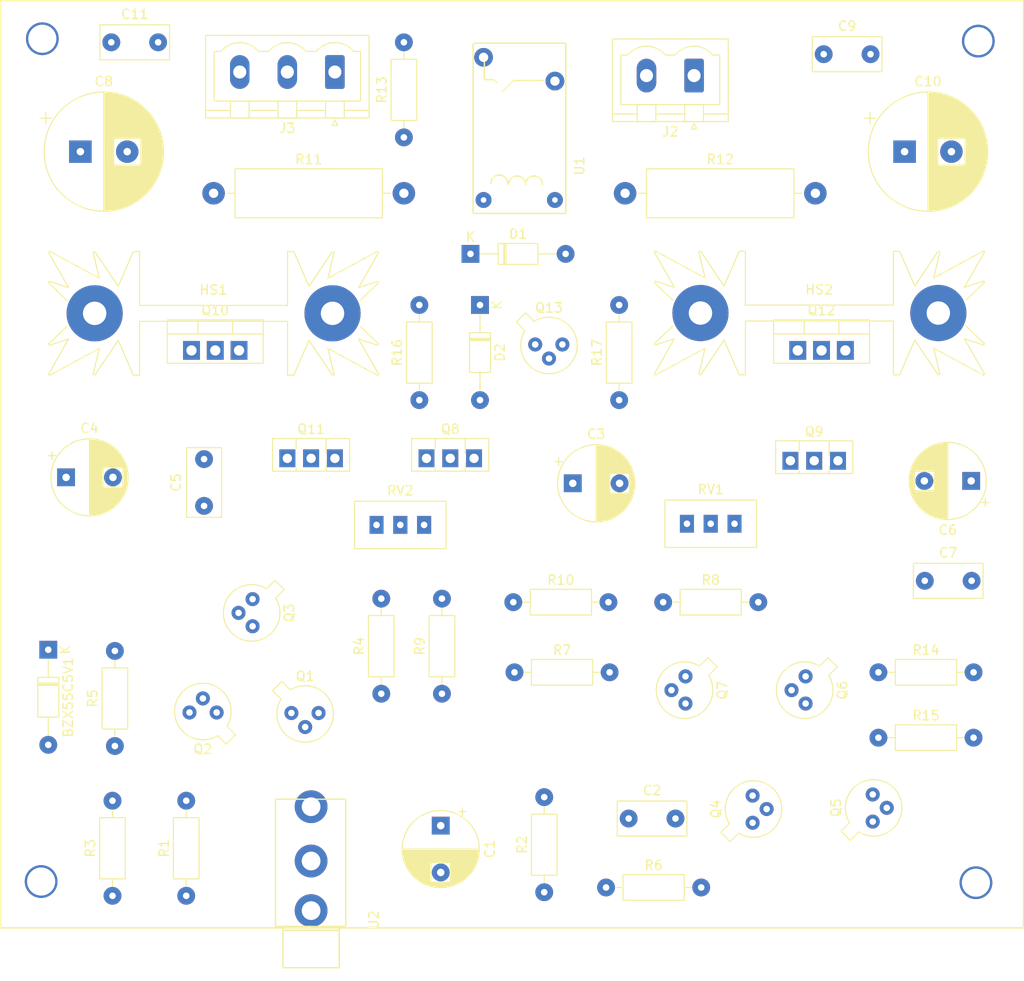
<source format=kicad_pcb>
(kicad_pcb (version 20171130) (host pcbnew "(5.1.5)-3")
  (layers (0 F.Cu signal) (31 B.Cu signal) (34 B.Paste user) (35 F.Paste user) (36 B.SilkS user) (37 F.SilkS user) (38 B.Mask user) (39 F.Mask user) (44 Edge.Cuts user))
  (net 0 "")
  (net 1 +12V)
  (net 2 "Net-(BZX55C5V1-Pad2)")
  (net 3 "Net-(C1-Pad2)")
  (net 4 "Net-(C1-Pad1)")
  (net 5 "Net-(C2-Pad2)")
  (net 6 "Net-(C2-Pad1)")
  (net 7 "Net-(C3-Pad1)")
  (net 8 -12V)
  (net 9 GND)
  (net 10 "Net-(D1-Pad2)")
  (net 11 "Net-(D2-Pad1)")
  (net 12 "Net-(J2-Pad1)")
  (net 13 "Net-(Q1-Pad1)")
  (net 14 "Net-(Q2-Pad2)")
  (net 15 "Net-(Q2-Pad3)")
  (net 16 "Net-(Q3-Pad1)")
  (net 17 "Net-(Q4-Pad1)")
  (net 18 "Net-(Q5-Pad1)")
  (net 19 "Net-(Q6-Pad1)")
  (net 20 "Net-(Q6-Pad2)")
  (net 21 "Net-(Q6-Pad3)")
  (net 22 "Net-(Q7-Pad1)")
  (net 23 "Net-(Q8-Pad3)")
  (net 24 "Net-(Q10-Pad1)")
  (net 25 "Net-(Q10-Pad2)")
  (net 26 "Net-(Q11-Pad1)")
  (net 27 "Net-(Q11-Pad2)")
  (net 28 "Net-(R8-Pad2)")
  (net 29 "Net-(R10-Pad2)")
  (net 30 "Net-(R11-Pad2)")
  (net 31 "Net-(U2-PadT)")
  (module CmpAmpliAudioTR:CP_Radial_D12.5mm_P5.00mm (layer F.Cu) (at 193.167 59.436)
    (fp_text reference C10 (at 2.5 -7.5) (layer F.SilkS))
    (fp_text value 470u)
    (pad 2 thru_hole circle (at 5 0) (size 2.4 2.4) (drill 0.8) (layers *.Cu *.Mask) (net 8 -12V))
    (pad 1 thru_hole rect (at 0 0) (size 2.4 2.4) (drill 0.8) (layers *.Cu *.Mask) (net 9 GND))
  )
  (module CmpAmpliAudioTR:CP_Radial_D12.5mm_P5.00mm (layer F.Cu) (at 105.156 59.436)
    (fp_text reference C8 (at 2.5 -7.5) (layer F.SilkS))
    (fp_text value 470u)
    (pad 2 thru_hole circle (at 5 0) (size 2.4 2.4) (drill 0.8) (layers *.Cu *.Mask) (net 9 GND))
    (pad 1 thru_hole rect (at 0 0) (size 2.4 2.4) (drill 0.8) (layers *.Cu *.Mask) (net 1 +12V))
  )
  (module CmpAmpliAudio:D_DO-35_SOD27_P10.16mm_Horizontal (layer F.Cu) (at 101.727 112.649 270)
    (fp_text reference BZX55C5V1 (at 5.08 -2.12 90) (layer F.SilkS))
    (fp_text value D_Zener_ALT)
    (fp_text user K (at 0 -1.8 90) (layer F.SilkS))
    (pad 1 thru_hole rect (at 0 0 270) (size 1.9 1.9) (drill 0.7) (layers *.Cu *.Mask) (net 1 +12V))
    (pad 2 thru_hole oval (at 10.16 0 270) (size 1.9 1.9) (drill 0.7) (layers *.Cu *.Mask) (net 2 "Net-(BZX55C5V1-Pad2)"))
  )
  (module CmpAmpliAudio:CP_Radial_D8.0mm_P5.00mm (layer F.Cu) (at 143.637 131.445 270)
    (fp_text reference C1 (at 2.5 -5.25 90) (layer F.SilkS))
    (fp_text value 47u)
    (pad 2 thru_hole circle (at 5 0 270) (size 1.9 1.9) (drill 0.8) (layers *.Cu *.Mask) (net 3 "Net-(C1-Pad2)"))
    (pad 1 thru_hole rect (at 0 0 270) (size 1.9 1.9) (drill 0.8) (layers *.Cu *.Mask) (net 4 "Net-(C1-Pad1)"))
  )
  (module CmpAmpliAudio:C_Rect_L7.2mm_W3.5mm_P5.00mm_FKS2_FKP2_MKS2_MKP2 (layer F.Cu) (at 163.703 130.683)
    (fp_text reference C2 (at 2.5 -3) (layer F.SilkS))
    (fp_text value C)
    (pad 2 thru_hole circle (at 5 0) (size 1.9 1.9) (drill 0.7) (layers *.Cu *.Mask) (net 5 "Net-(C2-Pad2)"))
    (pad 1 thru_hole circle (at 0 0) (size 1.9 1.9) (drill 0.7) (layers *.Cu *.Mask) (net 6 "Net-(C2-Pad1)"))
  )
  (module CmpAmpliAudio:CP_Radial_D8.0mm_P5.00mm (layer F.Cu) (at 157.734 94.869)
    (fp_text reference C3 (at 2.5 -5.25) (layer F.SilkS))
    (fp_text value 47u)
    (pad 1 thru_hole rect (at 0 0) (size 1.9 1.9) (drill 0.8) (layers *.Cu *.Mask) (net 7 "Net-(C3-Pad1)"))
    (pad 2 thru_hole circle (at 5 0) (size 1.9 1.9) (drill 0.8) (layers *.Cu *.Mask) (net 8 -12V))
  )
  (module CmpAmpliAudio:CP_Radial_D8.0mm_P5.00mm (layer F.Cu) (at 103.632 94.234)
    (fp_text reference C4 (at 2.5 -5.25) (layer F.SilkS))
    (fp_text value 10u)
    (pad 2 thru_hole circle (at 5 0) (size 1.9 1.9) (drill 0.8) (layers *.Cu *.Mask) (net 9 GND))
    (pad 1 thru_hole rect (at 0 0) (size 1.9 1.9) (drill 0.8) (layers *.Cu *.Mask) (net 1 +12V))
  )
  (module CmpAmpliAudio:C_Rect_L7.2mm_W3.5mm_P5.00mm_FKS2_FKP2_MKS2_MKP2 (layer F.Cu) (at 118.364 97.282 90)
    (fp_text reference C5 (at 2.5 -3 90) (layer F.SilkS))
    (fp_text value 100n)
    (pad 2 thru_hole circle (at 5 0 90) (size 1.9 1.9) (drill 0.7) (layers *.Cu *.Mask) (net 9 GND))
    (pad 1 thru_hole circle (at 0 0 90) (size 1.9 1.9) (drill 0.7) (layers *.Cu *.Mask) (net 1 +12V))
  )
  (module CmpAmpliAudio:CP_Radial_D8.0mm_P5.00mm (layer F.Cu) (at 200.279 94.615 180)
    (fp_text reference C6 (at 2.5 -5.25) (layer F.SilkS))
    (fp_text value 10u)
    (pad 1 thru_hole rect (at 0 0 180) (size 1.9 1.9) (drill 0.8) (layers *.Cu *.Mask) (net 9 GND))
    (pad 2 thru_hole circle (at 5 0 180) (size 1.9 1.9) (drill 0.8) (layers *.Cu *.Mask) (net 8 -12V))
  )
  (module CmpAmpliAudio:C_Rect_L7.2mm_W3.5mm_P5.00mm_FKS2_FKP2_MKS2_MKP2 (layer F.Cu) (at 195.326 105.283)
    (fp_text reference C7 (at 2.5 -3) (layer F.SilkS))
    (fp_text value 100n)
    (pad 1 thru_hole circle (at 0 0) (size 1.9 1.9) (drill 0.7) (layers *.Cu *.Mask) (net 9 GND))
    (pad 2 thru_hole circle (at 5 0) (size 1.9 1.9) (drill 0.7) (layers *.Cu *.Mask) (net 8 -12V))
  )
  (module CmpAmpliAudio:C_Rect_L7.2mm_W3.5mm_P5.00mm_FKS2_FKP2_MKS2_MKP2 (layer F.Cu) (at 184.531 49.022)
    (fp_text reference C9 (at 2.5 -3) (layer F.SilkS))
    (fp_text value 100n)
    (pad 1 thru_hole circle (at 0 0) (size 1.9 1.9) (drill 0.7) (layers *.Cu *.Mask) (net 1 +12V))
    (pad 2 thru_hole circle (at 5 0) (size 1.9 1.9) (drill 0.7) (layers *.Cu *.Mask) (net 9 GND))
  )
  (module CmpAmpliAudio:C_Rect_L7.2mm_W3.5mm_P5.00mm_FKS2_FKP2_MKS2_MKP2 (layer F.Cu) (at 108.458 47.752)
    (fp_text reference C11 (at 2.5 -3) (layer F.SilkS))
    (fp_text value 100n)
    (pad 1 thru_hole circle (at 0 0) (size 1.9 1.9) (drill 0.7) (layers *.Cu *.Mask) (net 9 GND))
    (pad 2 thru_hole circle (at 5 0) (size 1.9 1.9) (drill 0.7) (layers *.Cu *.Mask) (net 8 -12V))
  )
  (module CmpAmpliAudio:D_DO-35_SOD27_P10.16mm_Horizontal (layer F.Cu) (at 146.812 70.358)
    (fp_text reference D1 (at 5.08 -2.12) (layer F.SilkS))
    (fp_text value 1N4148)
    (fp_text user K (at 0 -1.8) (layer F.SilkS))
    (pad 1 thru_hole rect (at 0 0) (size 1.9 1.9) (drill 0.7) (layers *.Cu *.Mask) (net 1 +12V))
    (pad 2 thru_hole oval (at 10.16 0) (size 1.9 1.9) (drill 0.7) (layers *.Cu *.Mask) (net 10 "Net-(D1-Pad2)"))
  )
  (module CmpAmpliAudio:D_DO-35_SOD27_P10.16mm_Horizontal (layer F.Cu) (at 147.828 75.819 270)
    (fp_text reference D2 (at 5.08 -2.12 90) (layer F.SilkS))
    (fp_text value 1N4148)
    (fp_text user K (at 0 -1.8 90) (layer F.SilkS))
    (pad 2 thru_hole oval (at 10.16 0 270) (size 1.9 1.9) (drill 0.7) (layers *.Cu *.Mask) (net 7 "Net-(C3-Pad1)"))
    (pad 1 thru_hole rect (at 0 0 270) (size 1.9 1.9) (drill 0.7) (layers *.Cu *.Mask) (net 11 "Net-(D2-Pad1)"))
  )
  (module CmpAmpliAudio:Heatsink_Fischer_SK104-STC-STIC_35x13mm_2xDrill2.5mm (layer F.Cu) (at 119.38 76.708)
    (fp_text reference HS1 (at -0.025 -2.5) (layer F.SilkS))
    (fp_text value Heatsink)
    (pad 1 thru_hole circle (at -12.7 0 180) (size 6 6) (drill 2.5) (layers *.Cu *.Mask))
    (pad 1 thru_hole circle (at 12.7 0) (size 6 6) (drill 2.5) (layers *.Cu *.Mask))
  )
  (module CmpAmpliAudio:Heatsink_Fischer_SK104-STC-STIC_35x13mm_2xDrill2.5mm (layer F.Cu) (at 184.07126 76.67752)
    (fp_text reference HS2 (at -0.025 -2.5) (layer F.SilkS))
    (fp_text value Heatsink)
    (pad 1 thru_hole circle (at 12.7 0) (size 6 6) (drill 2.5) (layers *.Cu *.Mask))
    (pad 1 thru_hole circle (at -12.7 0 180) (size 6 6) (drill 2.5) (layers *.Cu *.Mask))
  )
  (module CmpAmpliAudio:PhoenixContact_MSTBVA_2,5_2-G-5,08_1x02_P5.08mm_Vertical (layer F.Cu) (at 170.688 51.308 180)
    (fp_text reference J2 (at 2.54 -6) (layer F.SilkS))
    (fp_text value Conn_01x02)
    (pad 1 thru_hole roundrect (at 0 0 180) (size 2.08 3.6) (drill 1.4) (layers *.Cu *.Mask) (roundrect_rratio 0.120192) (net 12 "Net-(J2-Pad1)"))
    (pad 2 thru_hole oval (at 5.08 0 180) (size 2.08 3.6) (drill 1.4) (layers *.Cu *.Mask) (net 9 GND))
  )
  (module CmpAmpliAudio:PhoenixContact_MSTBVA_2,5_3-G-5,08_1x03_P5.08mm_Vertical (layer F.Cu) (at 132.334 50.927 180)
    (fp_text reference J3 (at 5.08 -6) (layer F.SilkS))
    (fp_text value Conn_01x03)
    (pad 1 thru_hole roundrect (at 0 0 180) (size 2.08 3.6) (drill 1.4) (layers *.Cu *.Mask) (roundrect_rratio 0.120192) (net 1 +12V))
    (pad 2 thru_hole oval (at 5.08 0 180) (size 2.08 3.6) (drill 1.4) (layers *.Cu *.Mask) (net 9 GND))
    (pad 3 thru_hole oval (at 10.16 0 180) (size 2.08 3.6) (drill 1.4) (layers *.Cu *.Mask) (net 8 -12V))
  )
  (module CmpAmpliAudio:TO-18-3 (layer F.Cu) (at 127.889 119.507)
    (fp_text reference Q1 (at 1.27 -4.02) (layer F.SilkS))
    (fp_text value 2N2907)
    (pad 1 thru_hole circle (at -0.2 -0.1) (size 1.5 1.5) (drill 0.7) (layers *.Cu *.Mask) (net 13 "Net-(Q1-Pad1)"))
    (pad 2 thru_hole circle (at 1.27 1.4) (size 1.5 1.5) (drill 0.7) (layers *.Cu *.Mask) (net 4 "Net-(C1-Pad1)"))
    (pad 3 thru_hole circle (at 2.7 -0.1) (size 1.5 1.5) (drill 0.7) (layers *.Cu *.Mask) (net 5 "Net-(C2-Pad2)"))
  )
  (module CmpAmpliAudio:TO-18-3 (layer F.Cu) (at 119.507 119.253 180)
    (fp_text reference Q2 (at 1.27 -4.02) (layer F.SilkS))
    (fp_text value 2N2907)
    (pad 1 thru_hole circle (at -0.2 -0.1 180) (size 1.5 1.5) (drill 0.7) (layers *.Cu *.Mask) (net 13 "Net-(Q1-Pad1)"))
    (pad 2 thru_hole circle (at 1.27 1.4 180) (size 1.5 1.5) (drill 0.7) (layers *.Cu *.Mask) (net 14 "Net-(Q2-Pad2)"))
    (pad 3 thru_hole circle (at 2.7 -0.1 180) (size 1.5 1.5) (drill 0.7) (layers *.Cu *.Mask) (net 15 "Net-(Q2-Pad3)"))
  )
  (module CmpAmpliAudio:TO-18-3 (layer F.Cu) (at 123.444 107.442 270)
    (fp_text reference Q3 (at 1.27 -4.02 90) (layer F.SilkS))
    (fp_text value 2N2907)
    (pad 3 thru_hole circle (at 2.7 -0.1 270) (size 1.5 1.5) (drill 0.7) (layers *.Cu *.Mask) (net 13 "Net-(Q1-Pad1)"))
    (pad 2 thru_hole circle (at 1.27 1.4 270) (size 1.5 1.5) (drill 0.7) (layers *.Cu *.Mask) (net 2 "Net-(BZX55C5V1-Pad2)"))
    (pad 1 thru_hole circle (at -0.2 -0.1 270) (size 1.5 1.5) (drill 0.7) (layers *.Cu *.Mask) (net 16 "Net-(Q3-Pad1)"))
  )
  (module CmpAmpliAudio:TO-18-3 (layer F.Cu) (at 177.038 130.937 90)
    (fp_text reference Q4 (at 1.27 -4.02 90) (layer F.SilkS))
    (fp_text value 2N2222)
    (pad 3 thru_hole circle (at 2.7 -0.1 90) (size 1.5 1.5) (drill 0.7) (layers *.Cu *.Mask) (net 6 "Net-(C2-Pad1)"))
    (pad 2 thru_hole circle (at 1.27 1.4 90) (size 1.5 1.5) (drill 0.7) (layers *.Cu *.Mask) (net 5 "Net-(C2-Pad2)"))
    (pad 1 thru_hole circle (at -0.2 -0.1 90) (size 1.5 1.5) (drill 0.7) (layers *.Cu *.Mask) (net 17 "Net-(Q4-Pad1)"))
  )
  (module CmpAmpliAudio:TO-18-3 (layer F.Cu) (at 189.865 130.81 90)
    (fp_text reference Q5 (at 1.27 -4.02 90) (layer F.SilkS))
    (fp_text value 2N2222)
    (pad 1 thru_hole circle (at -0.2 -0.1 90) (size 1.5 1.5) (drill 0.7) (layers *.Cu *.Mask) (net 18 "Net-(Q5-Pad1)"))
    (pad 2 thru_hole circle (at 1.27 1.4 90) (size 1.5 1.5) (drill 0.7) (layers *.Cu *.Mask) (net 17 "Net-(Q4-Pad1)"))
    (pad 3 thru_hole circle (at 2.7 -0.1 90) (size 1.5 1.5) (drill 0.7) (layers *.Cu *.Mask) (net 6 "Net-(C2-Pad1)"))
  )
  (module CmpAmpliAudio:TO-18-3 (layer F.Cu) (at 182.499 115.697 270)
    (fp_text reference Q6 (at 1.27 -4.02 90) (layer F.SilkS))
    (fp_text value 2N2907)
    (pad 1 thru_hole circle (at -0.2 -0.1 270) (size 1.5 1.5) (drill 0.7) (layers *.Cu *.Mask) (net 19 "Net-(Q6-Pad1)"))
    (pad 2 thru_hole circle (at 1.27 1.4 270) (size 1.5 1.5) (drill 0.7) (layers *.Cu *.Mask) (net 20 "Net-(Q6-Pad2)"))
    (pad 3 thru_hole circle (at 2.7 -0.1 270) (size 1.5 1.5) (drill 0.7) (layers *.Cu *.Mask) (net 21 "Net-(Q6-Pad3)"))
  )
  (module CmpAmpliAudio:TO-18-3 (layer F.Cu) (at 169.672 115.697 270)
    (fp_text reference Q7 (at 1.27 -4.02 90) (layer F.SilkS))
    (fp_text value 2N2907)
    (pad 3 thru_hole circle (at 2.7 -0.1 270) (size 1.5 1.5) (drill 0.7) (layers *.Cu *.Mask) (net 20 "Net-(Q6-Pad2)"))
    (pad 2 thru_hole circle (at 1.27 1.4 270) (size 1.5 1.5) (drill 0.7) (layers *.Cu *.Mask) (net 20 "Net-(Q6-Pad2)"))
    (pad 1 thru_hole circle (at -0.2 -0.1 270) (size 1.5 1.5) (drill 0.7) (layers *.Cu *.Mask) (net 22 "Net-(Q7-Pad1)"))
  )
  (module CmpAmpliAudio:TO-126-3_Vertical (layer F.Cu) (at 142.113 92.202)
    (fp_text reference Q8 (at 2.54 -3.12) (layer F.SilkS))
    (fp_text value BD139)
    (pad 1 thru_hole rect (at 0 0) (size 1.7 1.9) (drill 1) (layers *.Cu *.Mask) (net 6 "Net-(C2-Pad1)"))
    (pad 2 thru_hole rect (at 2.54 0) (size 1.7 1.9) (drill 1) (layers *.Cu *.Mask) (net 21 "Net-(Q6-Pad3)"))
    (pad 3 thru_hole rect (at 5.08 0) (size 1.7 1.9) (drill 1) (layers *.Cu *.Mask) (net 23 "Net-(Q8-Pad3)"))
  )
  (module CmpAmpliAudio:TO-126-3_Vertical (layer F.Cu) (at 180.975 92.456)
    (fp_text reference Q9 (at 2.54 -3.12) (layer F.SilkS))
    (fp_text value BD139)
    (pad 3 thru_hole rect (at 5.08 0) (size 1.7 1.9) (drill 1) (layers *.Cu *.Mask) (net 21 "Net-(Q6-Pad3)"))
    (pad 2 thru_hole rect (at 2.54 0) (size 1.7 1.9) (drill 1) (layers *.Cu *.Mask) (net 24 "Net-(Q10-Pad1)"))
    (pad 1 thru_hole rect (at 0 0) (size 1.7 1.9) (drill 1) (layers *.Cu *.Mask) (net 25 "Net-(Q10-Pad2)"))
  )
  (module CmpAmpliAudio:TO-220-3_Vertical (layer F.Cu) (at 117.0178 80.67294)
    (fp_text reference Q10 (at 2.54 -4.27) (layer F.SilkS))
    (fp_text value TIP32)
    (pad 1 thru_hole rect (at 0 0) (size 1.8 2) (drill 1.1) (layers *.Cu *.Mask) (net 24 "Net-(Q10-Pad1)"))
    (pad 2 thru_hole rect (at 2.54 0) (size 1.8 2) (drill 1.1) (layers *.Cu *.Mask) (net 25 "Net-(Q10-Pad2)"))
    (pad 3 thru_hole rect (at 5.08 0) (size 1.8 2) (drill 1.1) (layers *.Cu *.Mask) (net 1 +12V))
  )
  (module CmpAmpliAudio:TO-126-3_Vertical (layer F.Cu) (at 127.254 92.202)
    (fp_text reference Q11 (at 2.54 -3.12) (layer F.SilkS))
    (fp_text value BD138)
    (pad 1 thru_hole rect (at 0 0) (size 1.7 1.9) (drill 1) (layers *.Cu *.Mask) (net 26 "Net-(Q11-Pad1)"))
    (pad 2 thru_hole rect (at 2.54 0) (size 1.7 1.9) (drill 1) (layers *.Cu *.Mask) (net 27 "Net-(Q11-Pad2)"))
    (pad 3 thru_hole rect (at 5.08 0) (size 1.7 1.9) (drill 1) (layers *.Cu *.Mask) (net 6 "Net-(C2-Pad1)"))
  )
  (module CmpAmpliAudio:TO-220-3_Vertical (layer F.Cu) (at 181.75986 80.67294)
    (fp_text reference Q12 (at 2.54 -4.27) (layer F.SilkS))
    (fp_text value TIP31)
    (pad 3 thru_hole rect (at 5.08 0) (size 1.8 2) (drill 1.1) (layers *.Cu *.Mask) (net 8 -12V))
    (pad 2 thru_hole rect (at 2.54 0) (size 1.8 2) (drill 1.1) (layers *.Cu *.Mask) (net 26 "Net-(Q11-Pad1)"))
    (pad 1 thru_hole rect (at 0 0) (size 1.8 2) (drill 1.1) (layers *.Cu *.Mask) (net 27 "Net-(Q11-Pad2)"))
  )
  (module CmpAmpliAudio:TO-18-3 (layer F.Cu) (at 153.924 80.137)
    (fp_text reference Q13 (at 1.27 -4.02) (layer F.SilkS))
    (fp_text value 2N2222)
    (pad 3 thru_hole circle (at 2.7 -0.1) (size 1.5 1.5) (drill 0.7) (layers *.Cu *.Mask) (net 10 "Net-(D1-Pad2)"))
    (pad 2 thru_hole circle (at 1.27 1.4) (size 1.5 1.5) (drill 0.7) (layers *.Cu *.Mask) (net 11 "Net-(D2-Pad1)"))
    (pad 1 thru_hole circle (at -0.2 -0.1) (size 1.5 1.5) (drill 0.7) (layers *.Cu *.Mask) (net 9 GND))
  )
  (module CmpAmpliAudio:R_Axial_DIN0207_L6.3mm_D2.5mm_P10.16mm_Horizontal (layer F.Cu) (at 116.459 138.938 90)
    (fp_text reference R1 (at 5.08 -2.37 90) (layer F.SilkS))
    (fp_text value R)
    (pad 2 thru_hole circle (at 10.16 0 90) (size 1.9 1.9) (drill 0.7) (layers *.Cu *.Mask) (net 9 GND))
    (pad 1 thru_hole circle (at 0 0 90) (size 1.9 1.9) (drill 0.7) (layers *.Cu *.Mask) (net 4 "Net-(C1-Pad1)"))
  )
  (module CmpAmpliAudio:R_Axial_DIN0207_L6.3mm_D2.5mm_P10.16mm_Horizontal (layer F.Cu) (at 154.686 138.557 90)
    (fp_text reference R2 (at 5.08 -2.37 90) (layer F.SilkS))
    (fp_text value R)
    (pad 2 thru_hole circle (at 10.16 0 90) (size 1.9 1.9) (drill 0.7) (layers *.Cu *.Mask) (net 8 -12V))
    (pad 1 thru_hole circle (at 0 0 90) (size 1.9 1.9) (drill 0.7) (layers *.Cu *.Mask) (net 5 "Net-(C2-Pad2)"))
  )
  (module CmpAmpliAudio:R_Axial_DIN0207_L6.3mm_D2.5mm_P10.16mm_Horizontal (layer F.Cu) (at 108.585 138.938 90)
    (fp_text reference R3 (at 5.08 -2.37 90) (layer F.SilkS))
    (fp_text value R)
    (pad 1 thru_hole circle (at 0 0 90) (size 1.9 1.9) (drill 0.7) (layers *.Cu *.Mask) (net 15 "Net-(Q2-Pad3)"))
    (pad 2 thru_hole circle (at 10.16 0 90) (size 1.9 1.9) (drill 0.7) (layers *.Cu *.Mask) (net 8 -12V))
  )
  (module CmpAmpliAudio:R_Axial_DIN0207_L6.3mm_D2.5mm_P10.16mm_Horizontal (layer F.Cu) (at 137.287 117.348 90)
    (fp_text reference R4 (at 5.08 -2.37 90) (layer F.SilkS))
    (fp_text value R)
    (pad 1 thru_hole circle (at 0 0 90) (size 1.9 1.9) (drill 0.7) (layers *.Cu *.Mask) (net 1 +12V))
    (pad 2 thru_hole circle (at 10.16 0 90) (size 1.9 1.9) (drill 0.7) (layers *.Cu *.Mask) (net 16 "Net-(Q3-Pad1)"))
  )
  (module CmpAmpliAudio:R_Axial_DIN0207_L6.3mm_D2.5mm_P10.16mm_Horizontal (layer F.Cu) (at 108.839 122.936 90)
    (fp_text reference R5 (at 5.08 -2.37 90) (layer F.SilkS))
    (fp_text value R)
    (pad 1 thru_hole circle (at 0 0 90) (size 1.9 1.9) (drill 0.7) (layers *.Cu *.Mask) (net 2 "Net-(BZX55C5V1-Pad2)"))
    (pad 2 thru_hole circle (at 10.16 0 90) (size 1.9 1.9) (drill 0.7) (layers *.Cu *.Mask) (net 9 GND))
  )
  (module CmpAmpliAudio:R_Axial_DIN0207_L6.3mm_D2.5mm_P10.16mm_Horizontal (layer F.Cu) (at 161.29 138.049)
    (fp_text reference R6 (at 5.08 -2.37) (layer F.SilkS))
    (fp_text value R)
    (pad 1 thru_hole circle (at 0 0) (size 1.9 1.9) (drill 0.7) (layers *.Cu *.Mask) (net 18 "Net-(Q5-Pad1)"))
    (pad 2 thru_hole circle (at 10.16 0) (size 1.9 1.9) (drill 0.7) (layers *.Cu *.Mask) (net 8 -12V))
  )
  (module CmpAmpliAudio:R_Axial_DIN0207_L6.3mm_D2.5mm_P10.16mm_Horizontal (layer F.Cu) (at 151.511 115.062)
    (fp_text reference R7 (at 5.08 -2.37) (layer F.SilkS))
    (fp_text value R)
    (pad 1 thru_hole circle (at 0 0) (size 1.9 1.9) (drill 0.7) (layers *.Cu *.Mask) (net 1 +12V))
    (pad 2 thru_hole circle (at 10.16 0) (size 1.9 1.9) (drill 0.7) (layers *.Cu *.Mask) (net 19 "Net-(Q6-Pad1)"))
  )
  (module CmpAmpliAudio:R_Axial_DIN0207_L6.3mm_D2.5mm_P10.16mm_Horizontal (layer F.Cu) (at 167.386 107.569)
    (fp_text reference R8 (at 5.08 -2.37) (layer F.SilkS))
    (fp_text value R)
    (pad 2 thru_hole circle (at 10.16 0) (size 1.9 1.9) (drill 0.7) (layers *.Cu *.Mask) (net 28 "Net-(R8-Pad2)"))
    (pad 1 thru_hole circle (at 0 0) (size 1.9 1.9) (drill 0.7) (layers *.Cu *.Mask) (net 6 "Net-(C2-Pad1)"))
  )
  (module CmpAmpliAudio:R_Axial_DIN0207_L6.3mm_D2.5mm_P10.16mm_Horizontal (layer F.Cu) (at 143.764 117.348 90)
    (fp_text reference R9 (at 5.08 -2.37 90) (layer F.SilkS))
    (fp_text value R)
    (pad 1 thru_hole circle (at 0 0 90) (size 1.9 1.9) (drill 0.7) (layers *.Cu *.Mask) (net 1 +12V))
    (pad 2 thru_hole circle (at 10.16 0 90) (size 1.9 1.9) (drill 0.7) (layers *.Cu *.Mask) (net 22 "Net-(Q7-Pad1)"))
  )
  (module CmpAmpliAudio:R_Axial_DIN0207_L6.3mm_D2.5mm_P10.16mm_Horizontal (layer F.Cu) (at 151.384 107.569)
    (fp_text reference R10 (at 5.08 -2.37) (layer F.SilkS))
    (fp_text value R)
    (pad 2 thru_hole circle (at 10.16 0) (size 1.9 1.9) (drill 0.7) (layers *.Cu *.Mask) (net 29 "Net-(R10-Pad2)"))
    (pad 1 thru_hole circle (at 0 0) (size 1.9 1.9) (drill 0.7) (layers *.Cu *.Mask) (net 20 "Net-(Q6-Pad2)"))
  )
  (module CmpAmpliAudio:R_Axial_DIN0516_L15.5mm_D5.0mm_P20.32mm_Horizontal (layer F.Cu) (at 119.38 63.881)
    (fp_text reference R11 (at 10.16 -3.62) (layer F.SilkS))
    (fp_text value R)
    (pad 2 thru_hole oval (at 20.32 0) (size 2.4 2.4) (drill 1) (layers *.Cu *.Mask) (net 30 "Net-(R11-Pad2)"))
    (pad 1 thru_hole circle (at 0 0) (size 2.4 2.4) (drill 1) (layers *.Cu *.Mask) (net 25 "Net-(Q10-Pad2)"))
  )
  (module CmpAmpliAudio:R_Axial_DIN0516_L15.5mm_D5.0mm_P20.32mm_Horizontal (layer F.Cu) (at 163.322 63.881)
    (fp_text reference R12 (at 10.16 -3.62) (layer F.SilkS))
    (fp_text value R)
    (pad 1 thru_hole circle (at 0 0) (size 2.4 2.4) (drill 1) (layers *.Cu *.Mask) (net 30 "Net-(R11-Pad2)"))
    (pad 2 thru_hole oval (at 20.32 0) (size 2.4 2.4) (drill 1) (layers *.Cu *.Mask) (net 26 "Net-(Q11-Pad1)"))
  )
  (module CmpAmpliAudio:R_Axial_DIN0207_L6.3mm_D2.5mm_P10.16mm_Horizontal (layer F.Cu) (at 139.7 57.912 90)
    (fp_text reference R13 (at 5.08 -2.37 90) (layer F.SilkS))
    (fp_text value R)
    (pad 1 thru_hole circle (at 0 0 90) (size 1.9 1.9) (drill 0.7) (layers *.Cu *.Mask) (net 30 "Net-(R11-Pad2)"))
    (pad 2 thru_hole circle (at 10.16 0 90) (size 1.9 1.9) (drill 0.7) (layers *.Cu *.Mask) (net 9 GND))
  )
  (module CmpAmpliAudio:R_Axial_DIN0207_L6.3mm_D2.5mm_P10.16mm_Horizontal (layer F.Cu) (at 190.373 115.062)
    (fp_text reference R14 (at 5.08 -2.37) (layer F.SilkS))
    (fp_text value R)
    (pad 2 thru_hole circle (at 10.16 0) (size 1.9 1.9) (drill 0.7) (layers *.Cu *.Mask) (net 14 "Net-(Q2-Pad2)"))
    (pad 1 thru_hole circle (at 0 0) (size 1.9 1.9) (drill 0.7) (layers *.Cu *.Mask) (net 30 "Net-(R11-Pad2)"))
  )
  (module CmpAmpliAudio:R_Axial_DIN0207_L6.3mm_D2.5mm_P10.16mm_Horizontal (layer F.Cu) (at 190.373 122.047)
    (fp_text reference R15 (at 5.08 -2.37) (layer F.SilkS))
    (fp_text value R)
    (pad 2 thru_hole circle (at 10.16 0) (size 1.9 1.9) (drill 0.7) (layers *.Cu *.Mask) (net 9 GND))
    (pad 1 thru_hole circle (at 0 0) (size 1.9 1.9) (drill 0.7) (layers *.Cu *.Mask) (net 14 "Net-(Q2-Pad2)"))
  )
  (module CmpAmpliAudio:R_Axial_DIN0207_L6.3mm_D2.5mm_P10.16mm_Horizontal (layer F.Cu) (at 141.351 85.979 90)
    (fp_text reference R16 (at 5.08 -2.37 90) (layer F.SilkS))
    (fp_text value R)
    (pad 2 thru_hole circle (at 10.16 0 90) (size 1.9 1.9) (drill 0.7) (layers *.Cu *.Mask) (net 7 "Net-(C3-Pad1)"))
    (pad 1 thru_hole circle (at 0 0 90) (size 1.9 1.9) (drill 0.7) (layers *.Cu *.Mask) (net 1 +12V))
  )
  (module CmpAmpliAudio:R_Axial_DIN0207_L6.3mm_D2.5mm_P10.16mm_Horizontal (layer F.Cu) (at 162.687 85.979 90)
    (fp_text reference R17 (at 5.08 -2.37 90) (layer F.SilkS))
    (fp_text value R)
    (pad 1 thru_hole circle (at 0 0 90) (size 1.9 1.9) (drill 0.7) (layers *.Cu *.Mask) (net 11 "Net-(D2-Pad1)"))
    (pad 2 thru_hole circle (at 10.16 0 90) (size 1.9 1.9) (drill 0.7) (layers *.Cu *.Mask) (net 9 GND))
  )
  (module CmpAmpliAudio:Potentiometer_Bourns_3296W_Vertical (layer F.Cu) (at 175.006 99.187)
    (fp_text reference RV1 (at -2.54 -3.66) (layer F.SilkS))
    (fp_text value R_POT)
    (pad 3 thru_hole rect (at -5.08 0) (size 1.5 1.9) (drill 0.7) (layers *.Cu *.Mask) (net 28 "Net-(R8-Pad2)"))
    (pad 2 thru_hole rect (at -2.54 0) (size 1.5 1.9) (drill 0.7) (layers *.Cu *.Mask) (net 23 "Net-(Q8-Pad3)"))
    (pad 1 thru_hole rect (at 0 0) (size 1.5 1.9) (drill 0.7) (layers *.Cu *.Mask) (net 21 "Net-(Q6-Pad3)"))
  )
  (module CmpAmpliAudio:Potentiometer_Bourns_3296W_Vertical (layer F.Cu) (at 141.859 99.314)
    (fp_text reference RV2 (at -2.54 -3.66) (layer F.SilkS))
    (fp_text value R_POT)
    (pad 1 thru_hole rect (at 0 0) (size 1.5 1.9) (drill 0.7) (layers *.Cu *.Mask) (net 29 "Net-(R10-Pad2)"))
    (pad 2 thru_hole rect (at -2.54 0) (size 1.5 1.9) (drill 0.7) (layers *.Cu *.Mask) (net 29 "Net-(R10-Pad2)"))
    (pad 3 thru_hole rect (at -5.08 0) (size 1.5 1.9) (drill 0.7) (layers *.Cu *.Mask) (net 9 GND))
  )
  (module CmpAmpliAudioTR:Relais_112LMH2 (layer F.Cu) (at 165.354 89.662 90)
    (fp_text reference U1 (at 28.7 -6.9 90) (layer F.SilkS))
    (fp_text value Relay_1CT)
    (pad b1 thru_hole circle (at 25.065 -9.525 90) (size 1.7 1.7) (drill 0.6) (layers *.Cu *.Mask) (net 10 "Net-(D1-Pad2)"))
    (pad c1 thru_hole circle (at 37.765 -9.525 90) (size 2 2) (drill 1) (layers *.Cu *.Mask) (net 30 "Net-(R11-Pad2)"))
    (pad b2 thru_hole circle (at 25.065 -17.145 90) (size 1.7 1.7) (drill 0.6) (layers *.Cu *.Mask) (net 1 +12V))
    (pad c2 thru_hole circle (at 40.305 -17.145 90) (size 2 2) (drill 1) (layers *.Cu *.Mask) (net 12 "Net-(J2-Pad1)"))
  )
  (module CmpAmpliAudioTR:Jack_35RAPC2AV (layer F.Cu) (at 129.794 142.621 90)
    (fp_text reference U2 (at 1.1 6.7 90) (layer F.SilkS))
    (fp_text value Jack_Mono)
    (pad TN thru_hole circle (at 13.2 0 90) (size 3.5 3.5) (drill 2) (layers *.Cu *.Mask) (net 3 "Net-(C1-Pad2)"))
    (pad G thru_hole circle (at 2.1 0 90) (size 3.5 3.5) (drill 2) (layers *.Cu *.Mask) (net 9 GND))
    (pad T thru_hole circle (at 7.4 0 90) (size 3.5 3.5) (drill 2) (layers *.Cu *.Mask) (net 31 "Net-(U2-PadT)"))
  )
  (gr_line (start 96.647 43.307) (end 96.647 142.367) (layer F.SilkS) (width 0.15))
  (gr_line (start 205.867 43.307) (end 96.647 43.307) (layer F.SilkS) (width 0.15))
  (gr_line (start 205.867 142.367) (end 205.867 43.307) (layer F.SilkS) (width 0.15))
  (gr_line (start 96.647 142.367) (end 205.867 142.367) (layer F.SilkS) (width 0.15))
  (via (at 101.092 47.371) (size 3.5) (drill 3) (layers F.Cu B.Cu) (net 0))
  (via (at 201.041 47.625) (size 3.5) (drill 3) (layers F.Cu B.Cu) (net 0))
  (via (at 100.965 137.414) (size 3.5) (drill 3) (layers F.Cu B.Cu) (net 0))
  (via (at 200.787 137.541) (size 3.5) (drill 3) (layers F.Cu B.Cu) (net 0))
)
</source>
